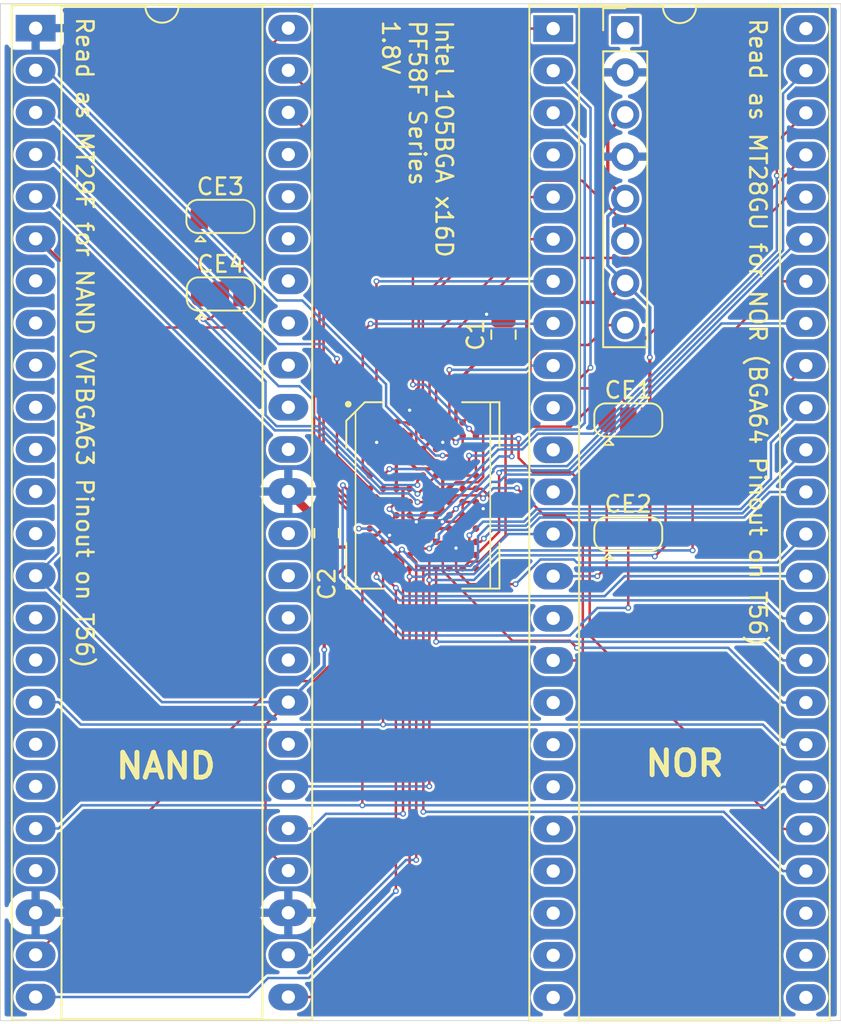
<source format=kicad_pcb>
(kicad_pcb (version 20240108) (generator "pcbnew") (generator_version "8.0")
  (layers (0 "F.Cu" signal) (31 "B.Cu" signal) (34 "B.Paste" user) (35 "F.Paste" user) (36 "B.SilkS" user "B.Silkscreen") (37 "F.SilkS" user "F.Silkscreen") (38 "B.Mask" user) (39 "F.Mask" user) (44 "Edge.Cuts" user))
  (net 0 "")
  (net 1 "/F-CE")
  (net 2 "VCC")
  (net 3 "/F1-CE")
  (net 4 "/F2-CE")
  (net 6 "/N-CE")
  (net 7 "/F3-CE")
  (net 8 "/F4-CE")
  (net 9 "/AD10")
  (net 10 "/AD7")
  (net 12 "/AD6")
  (net 17 "/A18")
  (net 19 "/AD2")
  (net 22 "/AD11")
  (net 24 "/A23")
  (net 26 "/AD8")
  (net 27 "/A20")
  (net 28 "VPP")
  (net 29 "/AD3")
  (net 30 "/A22")
  (net 31 "/AD9")
  (net 32 "/F-RST")
  (net 33 "/AD5")
  (net 34 "/F-WE")
  (net 35 "/A21")
  (net 36 "/F-OE")
  (net 37 "/A16")
  (net 40 "/AD15")
  (net 41 "/AD1")
  (net 42 "/AD4")
  (net 44 "/AD14")
  (net 45 "/AD13")
  (net 50 "/A17")
  (net 51 "/A24")
  (net 52 "/AD12")
  (net 62 "/AD0")
  (net 64 "/A19")
  (net 69 "/F-WP1")
  (net 72 "/A25")
  (net 73 "/ADV")
  (net 76 "GND")
  (net 84 "/ALE")
  (net 85 "/N-RE")
  (net 86 "/N-RY{slash}BY")
  (net 87 "/CLE")
  (net 92 "/N-WE")
  (net 93 "/N-WP2")
  (footprint "Capacitor_SMD:C_0805_2012Metric_Pad1.18x1.45mm_HandSolder" (layer "F.Cu") (at 157.68 93.85 90)
    (property "Reference" "C2")
    (property "Value" ".1" (hide yes))
  )
  (footprint "Jumper:SolderJumper-3_P1.3mm_Open_RoundedPad1.0x1.5mm" (layer "F.Cu") (at 151.3 79.425)
    (property "Reference" "CE4")
    (property "Value" "SolderJumper_2_Open" (hide yes))
  )
  (footprint "Package_DIP:DIP-48_W15.24mm_Socket_LongPads" (layer "F.Cu") (at 140.1318 63.3984)
    (property "Reference" "J3" (hide yes))
    (property "Value" "NAND" (hide yes))
  )
  (footprint "Package_DIP:DIP-48_W15.24mm_Socket_LongPads" (layer "F.Cu") (at 171.3484 63.4238)
    (property "Reference" "J1" (hide yes))
    (property "Value" "NOR" (hide yes))
  )
  (footprint "Jumper:SolderJumper-3_P1.3mm_Open_RoundedPad1.0x1.5mm" (layer "F.Cu") (at 175.875 93.9)
    (property "Reference" "CE2")
    (property "Value" "SolderJumper_2_Open" (hide yes))
  )
  (footprint "Connector_PinHeader_2.54mm:PinHeader_1x08_P2.54mm_Vertical" (layer "F.Cu") (at 175.6918 63.5254)
    (property "Reference" "J2" (hide yes))
    (property "Value" "NOR" (hide yes))
  )
  (footprint "RMW_SMT:Intel BGA105 x16D 9x11" (layer "F.Cu") (at 163.487 91.5728)
    (property "Reference" "U1" (hide yes))
    (property "Value" "~")
  )
  (footprint "Capacitor_SMD:C_0805_2012Metric_Pad1.18x1.45mm_HandSolder" (layer "F.Cu") (at 168.35 81.88 90)
    (property "Reference" "C1")
    (property "Value" ".1" (hide yes))
  )
  (footprint "Jumper:SolderJumper-3_P1.3mm_Open_RoundedPad1.0x1.5mm" (layer "F.Cu") (at 151.275 74.75)
    (property "Reference" "CE3")
    (property "Value" "SolderJumper_2_Open" (hide yes))
  )
  (footprint "Jumper:SolderJumper-3_P1.3mm_Open_RoundedPad1.0x1.5mm" (layer "F.Cu") (at 175.875 87.025)
    (property "Reference" "CE1")
    (property "Value" "SolderJumper_2_Open" (hide yes))
  )
  (gr_line (start 159.43 97.19) (end 159.427 86.5128) (stroke (width 0.1)) (layer "F.SilkS"))
  (gr_line (start 167.55 97.18) (end 167.55 85.96) (stroke (width 0.1)) (layer "F.SilkS"))
  (gr_rect (start 138.0078 61.9252) (end 188.7016 123.2408) (stroke (width 0.05)) (fill none) (layer "Edge.Cuts"))
  (gr_text "NAND" (at 144.8308 108.7628 0) (layer "F.SilkS") (effects (font (size 1.5 1.5) (thickness 0.3) (bold yes)) (justify left bottom)))
  (gr_text "Read as MT28GU for NOR (BGA64 Pinout on T56)" (at 183.1 62.725 270) (layer "F.SilkS") (effects (font (size 1 1)) (justify left bottom)))
  (gr_text "NOR" (at 176.7586 108.6104 0) (layer "F.SilkS") (effects (font (size 1.5 1.5) (thickness 0.3) (bold yes)) (justify left bottom)))
  (gr_text "Intel 105BGA x16D\nPF58F Series\n1.8V" (at 160.96 62.84 270) (layer "F.SilkS") (effects (font (size 1 1)) (justify left bottom)))
  (gr_text "Read as MT29F for NAND (VFBGA63 Pinout on T56)" (at 142.5 62.65 270) (layer "F.SilkS") (effects (font (size 1 1)) (justify left bottom)))
  (segment (start 174.575 87.025) (end 174.575 93.9) (width 0.15) (layer "F.Cu") (net 1))
  (segment (start 174.575 95.8788) (end 174.575 93.9) (width 0.15) (layer "F.Cu") (net 1))
  (segment (start 174.01 96.4438) (end 174.575 95.8788) (width 0.15) (layer "F.Cu") (net 1))
  (via (at 174.01 96.4438) (size 0.35) (drill 0.2) (layers "F.Cu" "B.Cu") (net 1))
  (segment (start 174.01 96.4438) (end 171.3484 96.4438) (width 0.15) (layer "B.Cu") (net 1))
  (segment (start 161.087 91.1728) (end 162.29 91.1728) (width 0.2) (layer "F.Cu") (net 2))
  (segment (start 161.887 89.5728) (end 161.087 89.5728) (width 0.2) (layer "F.Cu") (net 2))
  (segment (start 161.087 93.5728) (end 162.3 93.5728) (width 0.2) (layer "F.Cu") (net 2))
  (segment (start 165.481 86.8934) (end 165.481 84.794) (width 0.2) (layer "F.Cu") (net 2))
  (segment (start 162.687 89.5728) (end 161.887 89.5728) (width 0.2) (layer "F.Cu") (net 2))
  (segment (start 165.481 84.794) (end 167.3264 82.9486) (width 0.2) (layer "F.Cu") (net 2))
  (segment (start 165.487 86.8994) (end 165.487 87.338486) (width 0.2) (layer "F.Cu") (net 2))
  (segment (start 159.8272 93.9728) (end 159.1127 94.6873) (width 0.2) (layer "F.Cu") (net 2))
  (segment (start 175.6918 68.6054) (end 174.6418 69.6554) (width 0.2) (layer "F.Cu") (net 2))
  (segment (start 164.7 89.5728) (end 165.087 89.5728) (width 0.2) (layer "F.Cu") (net 2))
  (segment (start 164.287 93.5728) (end 165.087 93.5728) (width 0.2) (layer "F.Cu") (net 2))
  (segment (start 175.6918 78.7654) (end 174.5234 79.9338) (width 0.2) (layer "F.Cu") (net 2))
  (segment (start 164.687 87.5728) (end 164.287 87.9728) (width 0.2) (layer "F.Cu") (net 2))
  (segment (start 145.675 81.45) (end 140.3234 76.0984) (width 0.15) (layer "F.Cu") (net 2))
  (segment (start 169.7482 82.4992) (end 169.2988 82.9486) (width 0.2) (layer "F.Cu") (net 2))
  (segment (start 160.687 93.9728) (end 159.8272 93.9728) (width 0.2) (layer "F.Cu") (net 2))
  (segment (start 169.2988 82.9486) (end 168.3258 82.9486) (width 0.2) (layer "F.Cu") (net 2))
  (segment (start 167.3264 82.9486) (end 168.3258 82.9486) (width 0.2) (layer "F.Cu") (net 2))
  (segment (start 164.287 87.9728) (end 163.487 88.7728) (width 0.2) (layer "F.Cu") (net 2))
  (segment (start 174.6418 69.6554) (end 174.6418 72.6354) (width 0.2) (layer "F.Cu") (net 2))
  (segment (start 157.5393 94.6873) (end 157.5393 100.8772) (width 0.2) (layer "F.Cu") (net 2))
  (segment (start 164.287 92.7728) (end 164.287 93.5728) (width 0.2) (layer "F.Cu") (net 2))
  (segment (start 152.6 79.425) (end 152.5824 79.4426) (width 0.15) (layer "F.Cu") (net 2))
  (segment (start 177.175 87.025) (end 177.175 93.9) (width 0.2) (layer "F.Cu") (net 2))
  (segment (start 153.9968 112.8234) (end 155.3718 114.1984) (width 0.15) (layer "F.Cu") (net 2))
  (segment (start 162.287 91.1758) (end 162.29 91.1728) (width 0.2) (layer "F.Cu") (net 2))
  (segment (start 162.3 93.5728) (end 162.687 93.5728) (width 0.2) (layer "F.Cu") (net 2))
  (segment (start 164.287 92.7728) (end 164.687 92.3728) (width 0.2) (layer "F.Cu") (net 2))
  (segment (start 155.3718 104.0384) (end 153.9968 105.4134) (width 0.15) (layer "F.Cu") (net 2))
  (segment (start 162.287 93.5598) (end 162.287 91.1758) (width 0.2) (layer "F.Cu") (net 2))
  (segment (start 174.6418 72.6354) (end 175.6918 73.6854) (width 0.2) (layer "F.Cu") (net 2))
  (segment (start 163.087 89.9728) (end 162.687 89.5728) (width 0.2) (layer "F.Cu") (net 2))
  (segment (start 164.687 92.3728) (end 164.687 89.5858) (width 0.2) (layer "F.Cu") (net 2))
  (segment (start 163.887 89.9728) (end 163.087 89.9728) (width 0.2) (layer "F.Cu") (net 2))
  (segment (start 151.6 81.45) (end 145.675 81.45) (width 0.15) (layer "F.Cu") (net 2))
  (segment (start 162.29 91.1728) (end 162.687 91.1728) (width 0.2) (layer "F.Cu") (net 2))
  (segment (start 164.287 89.5728) (end 164.7 89.5728) (width 0.2) (layer "F.Cu") (net 2))
  (segment (start 152.5824 80.4676) (end 151.6 81.45) (width 0.15) (layer "F.Cu") (net 2))
  (segment (start 161.887 89.5728) (end 161.887 90.3728) (width 0.2) (layer "F.Cu") (net 2))
  (segment (start 169.7482 80.2386) (end 169.7482 82.4992) (width 0.2) (layer "F.Cu") (net 2))
  (segment (start 174.5234 79.9338) (end 170.053 79.9338) (width 0.2) (layer "F.Cu") (net 2))
  (segment (start 159.1127 94.6873) (end 157.5393 94.6873) (width 0.2) (layer "F.Cu") (net 2))
  (segment (start 165.487 87.338486) (end 165.252686 87.5728) (width 0.2) (layer "F.Cu") (net 2))
  (segment (start 165.087 93.5728) (end 165.887 93.5728) (width 0.2) (layer "F.Cu") (net 2))
  (segment (start 165.252686 87.5728) (end 164.687 87.5728) (width 0.2) (layer "F.Cu") (net 2))
  (segment (start 165.481 86.8934) (end 165.487 86.8994) (width 0.2) (layer "F.Cu") (net 2))
  (segment (start 140.3234 76.0984) (end 140.1318 76.0984) (width 0.15) (layer "F.Cu") (net 2))
  (segment (start 152.6 74.775) (end 152.575 74.75) (width 0.15) (layer "F.Cu") (net 2))
  (segment (start 162.3 93.5728) (end 162.287 93.5598) (width 0.2) (layer "F.Cu") (net 2))
  (segment (start 161.087 93.5728) (end 160.687 93.9728) (width 0.2) (layer "F.Cu") (net 2))
  (segment (start 163.487 88.7728) (end 164.287 89.5728) (width 0.2) (layer "F.Cu") (net 2))
  (segment (start 162.687 93.5728) (end 163.487 94.3728) (width 0.2) (layer "F.Cu") (net 2))
  (segment (start 152.5824 79.4426) (end 152.5824 80.4676) (width 0.15) (layer "F.Cu") (net 2))
  (segment (start 165.887 93.5728) (end 166.687 92.7728) (width 0.2) (layer "F.Cu") (net 2))
  (segment (start 177.175 83.25) (end 177.175 87.025) (width 0.2) (layer "F.Cu") (net 2))
  (segment (start 161.887 90.3728) (end 161.887 91.1728) (width 0.2) (layer "F.Cu") (net 2))
  (segment (start 152.6 79.425) (end 152.6 74.775) (width 0.15) (layer "F.Cu") (net 2))
  (segment (start 153.9968 105.4134) (end 153.9968 112.8234) (width 0.15) (layer "F.Cu") (net 2))
  (segment (start 164.287 89.5728) (end 163.887 89.9728) (width 0.2) (layer "F.Cu") (net 2))
  (segment (start 170.053 79.9338) (end 169.7482 80.2386) (width 0.2) (layer "F.Cu") (net 2))
  (segment (start 164.687 89.5858) (end 164.7 89.5728) (width 0.2) (layer "F.Cu") (net 2))
  (via (at 157.5393 100.8772) (size 0.35) (drill 0.2) (layers "F.Cu" "B.Cu") (net 2))
  (via (at 177.175 83.25) (size 0.35) (drill 0.2) (layers "F.Cu" "B.Cu") (net 2))
  (segment (start 140.1318 76.0984) (end 141.5068 77.4734) (width 0.15) (layer "B.Cu") (net 2))
  (segment (start 177.175 80.2486) (end 177.175 83.25) (width 0.2) (layer "B.Cu") (net 2))
  (segment (start 141.5068 77.4734) (end 141.5068 95.0434) (width 0.15) (layer "B.Cu") (net 2))
  (segment (start 175.6918 73.6854) (end 174.6418 74.7354) (width 0.2) (layer "B.Cu") (net 2))
  (segment (start 175.6918 78.7654) (end 177.175 80.2486) (width 0.2) (layer "B.Cu") (net 2))
  (segment (start 157.5393 101.8709) (end 155.3718 104.0384) (width 0.2) (layer "B.Cu") (net 2))
  (segment (start 174.6418 77.7154) (end 175.6918 78.7654) (width 0.2) (layer "B.Cu") (net 2))
  (segment (start 141.5068 95.0434) (end 140.1318 96.4184) (width 0.15) (layer "B.Cu") (net 2))
  (segment (start 140.1318 96.4184) (end 147.7518 104.0384) (width 0.15) (layer "B.Cu") (net 2))
  (segment (start 147.7518 104.0384) (end 155.3718 104.0384) (width 0.15) (layer "B.Cu") (net 2))
  (segment (start 157.5393 100.8772) (end 157.5393 101.8709) (width 0.2) (layer "B.Cu") (net 2))
  (segment (start 174.6418 74.7354) (end 174.6418 77.7154) (width 0.2) (layer "B.Cu") (net 2))
  (segment (start 169.3 87.425) (end 172.4 87.425) (width 0.15) (layer "F.Cu") (net 3))
  (segment (start 161.475 92.3848) (end 161.887 91.9728) (width 0.15) (layer "F.Cu") (net 3))
  (segment (start 168.85 87.875) (end 169.3 87.425) (width 0.15) (layer "F.Cu") (net 3))
  (segment (start 168.85 89.225) (end 168.85 87.875) (width 0.15) (layer "F.Cu") (net 3))
  (segment (start 172.4 87.425) (end 174.175 85.65) (width 0.15) (layer "F.Cu") (net 3))
  (segment (start 175.4 85.65) (end 175.875 86.125) (width 0.15) (layer "F.Cu") (net 3))
  (segment (start 161.475 92.4) (end 161.475 92.3848) (width 0.15) (layer "F.Cu") (net 3))
  (segment (start 175.875 86.125) (end 175.875 87.025) (width 0.15) (layer "F.Cu") (net 3))
  (segment (start 174.175 85.65) (end 175.4 85.65) (width 0.15) (layer "F.Cu") (net 3))
  (via (at 168.85 89.225) (size 0.35) (drill 0.2) (layers "F.Cu" "B.Cu") (net 3))
  (via (at 161.475 92.4) (size 0.35) (drill 0.2) (layers "F.Cu" "B.Cu") (net 3))
  (segment (start 168.085 89.225) (end 168.85 89.225) (width 0.15) (layer "B.Cu") (net 3))
  (segment (start 164.535 92.775) (end 168.085 89.225) (width 0.15) (layer "B.Cu") (net 3))
  (segment (start 161.85 92.775) (end 164.535 92.775) (width 0.15) (layer "B.Cu") (net 3))
  (segment (start 161.475 92.4) (end 161.85 92.775) (width 0.15) (layer "B.Cu") (net 3))
  (segment (start 160.6842 91.57) (end 161.087 91.9728) (width 0.15) (layer "F.Cu") (net 4))
  (segment (start 159.272084 91.57) (end 160.6842 91.57) (width 0.15) (layer "F.Cu") (net 4))
  (segment (start 158.663542 90.961458) (end 159.272084 91.57) (width 0.15) (layer "F.Cu") (net 4))
  (segment (start 175.875 98.355) (end 175.875 93.9) (width 0.15) (layer "F.Cu") (net 4))
  (via (at 175.875 98.355) (size 0.35) (drill 0.2) (layers "F.Cu" "B.Cu") (net 4))
  (via (at 158.663542 90.961458) (size 0.35) (drill 0.2) (layers "F.Cu" "B.Cu") (net 4))
  (segment (start 172.355 100.02) (end 162.209125 100.02) (width 0.15) (layer "B.Cu") (net 4))
  (segment (start 174.02 98.355) (end 172.355 100.02) (width 0.15) (layer "B.Cu") (net 4))
  (segment (start 158.65 90.975) (end 158.663542 90.961458) (width 0.15) (layer "B.Cu") (net 4))
  (segment (start 158.65 96.460875) (end 158.65 90.975) (width 0.15) (layer "B.Cu") (net 4))
  (segment (start 162.209125 100.02) (end 158.65 96.460875) (width 0.15) (layer "B.Cu") (net 4))
  (segment (start 175.875 98.355) (end 174.02 98.355) (width 0.15) (layer "B.Cu") (net 4))
  (segment (start 155.3718 63.3984) (end 149.975 68.7952) (width 0.15) (layer "F.Cu") (net 6))
  (segment (start 149.975 68.7952) (end 149.975 74.75) (width 0.15) (layer "F.Cu") (net 6))
  (segment (start 149.975 74.75) (end 150.025 74.8) (width 0.15) (layer "F.Cu") (net 6))
  (segment (start 150.025 79.4) (end 150 79.425) (width 0.15) (layer "F.Cu") (net 6))
  (segment (start 150.025 74.8) (end 150.025 79.4) (width 0.15) (layer "F.Cu") (net 6))
  (segment (start 152.75 72.375) (end 156.15 72.375) (width 0.15) (layer "F.Cu") (net 7))
  (segment (start 161.4812 93.1786) (end 161.887 92.7728) (width 0.15) (layer "F.Cu") (net 7))
  (segment (start 159.6786 93.1786) (end 161.4812 93.1786) (width 0.15) (layer "F.Cu") (net 7))
  (segment (start 156.925 90.425) (end 159.6786 93.1786) (width 0.15) (layer "F.Cu") (net 7))
  (segment (start 151.275 73.85) (end 152.75 72.375) (width 0.15) (layer "F.Cu") (net 7))
  (segment (start 156.15 72.375) (end 156.925 73.15) (width 0.15) (layer "F.Cu") (net 7))
  (segment (start 151.275 74.75) (end 151.275 73.85) (width 0.15) (layer "F.Cu") (net 7))
  (segment (start 156.925 73.15) (end 156.925 90.425) (width 0.15) (layer "F.Cu") (net 7))
  (segment (start 151.3 80.3) (end 151.3 79.425) (width 0.15) (layer "F.Cu") (net 8))
  (segment (start 163.179446 91.480354) (end 164.287 90.3728) (width 0.15) (layer "F.Cu") (net 8))
  (segment (start 150.240862 80.934138) (end 150.665862 80.934138) (width 0.15) (layer "F.Cu") (net 8))
  (segment (start 150.665862 80.934138) (end 151.3 80.3) (width 0.15) (layer "F.Cu") (net 8))
  (segment (start 163.161996 91.480354) (end 163.179446 91.480354) (width 0.15) (layer "F.Cu") (net 8))
  (via (at 163.161996 91.480354) (size 0.35) (drill 0.2) (layers "F.Cu" "B.Cu") (net 8))
  (via (at 150.240862 80.934138) (size 0.35) (drill 0.2) (layers "F.Cu" "B.Cu") (net 8))
  (segment (start 157.191054 87.4) (end 154.6617 87.4) (width 0.15) (layer "B.Cu") (net 8))
  (segment (start 153.9968 84.690076) (end 150.240862 80.934138) (width 0.15) (layer "B.Cu") (net 8))
  (segment (start 154.6617 87.4) (end 153.9968 86.7351) (width 0.15) (layer "B.Cu") (net 8))
  (segment (start 162.881642 91.2) (end 160.991054 91.2) (width 0.15) (layer "B.Cu") (net 8))
  (segment (start 163.161996 91.480354) (end 162.881642 91.2) (width 0.15) (layer "B.Cu") (net 8))
  (segment (start 153.9968 86.7351) (end 153.9968 84.690076) (width 0.15) (layer "B.Cu") (net 8))
  (segment (start 160.991054 91.2) (end 157.191054 87.4) (width 0.15) (layer "B.Cu") (net 8))
  (segment (start 164.287 95.9728) (end 164.287 100.397) (width 0.15) (layer "F.Cu") (net 9))
  (via (at 164.287 100.397) (size 0.35) (drill 0.2) (layers "F.Cu" "B.Cu") (net 9))
  (segment (start 186.5884 101.5238) (end 185.2117 101.5238) (width 0.15) (layer "B.Cu") (net 9))
  (segment (start 184.0849 100.397) (end 164.287 100.397) (width 0.15) (layer "B.Cu") (net 9))
  (segment (start 185.2117 101.5238) (end 184.0849 100.397) (width 0.15) (layer "B.Cu") (net 9))
  (segment (start 178.125 94.6026) (end 177.4751 95.2525) (width 0.15) (layer "F.Cu") (net 10))
  (segment (start 178.125 85.7505) (end 178.125 94.6026) (width 0.15) (layer "F.Cu") (net 10))
  (segment (start 185.2117 78.6638) (end 178.125 85.7505) (width 0.15) (layer "F.Cu") (net 10))
  (segment (start 163.8773 96.675) (end 163.8773 95.5631) (width 0.15) (layer "F.Cu") (net 10))
  (segment (start 163.8773 95.5631) (end 163.487 95.1728) (width 0.15) (layer "F.Cu") (net 10))
  (segment (start 163.8773 109.1184) (end 163.8773 96.675) (width 0.15) (layer "F.Cu") (net 10))
  (segment (start 186.5884 78.6638) (end 185.2117 78.6638) (width 0.15) (layer "F.Cu") (net 10))
  (via (at 163.8773 109.1184) (size 0.35) (drill 0.2) (layers "F.Cu" "B.Cu") (net 10))
  (via (at 163.8773 96.675) (size 0.35) (drill 0.2) (layers "F.Cu" "B.Cu") (net 10))
  (via (at 177.4751 95.2525) (size 0.35) (drill 0.2) (layers "F.Cu" "B.Cu") (net 10))
  (segment (start 177.408 95.1854) (end 177.4751 95.2525) (width 0.15) (layer "B.Cu") (net 10))
  (segment (start 155.3718 109.1184) (end 163.8773 109.1184) (width 0.15) (layer "B.Cu") (net 10))
  (segment (start 168.056108 95.1854) (end 177.408 95.1854) (width 0.15) (layer "B.Cu") (net 10))
  (segment (start 166.566508 96.675) (end 168.056108 95.1854) (width 0.15) (layer "B.Cu") (net 10))
  (segment (start 163.8773 96.675) (end 166.566508 96.675) (width 0.15) (layer "B.Cu") (net 10))
  (segment (start 163.087 95.5728) (end 162.687 95.1728) (width 0.15) (layer "F.Cu") (net 12))
  (segment (start 163.0848 94.775) (end 162.687 95.1728) (width 0.15) (layer "F.Cu") (net 12))
  (segment (start 163.087 113.5524) (end 163.087 95.5728) (width 0.15) (layer "F.Cu") (net 12))
  (segment (start 163.875 94.775) (end 163.0848 94.775) (width 0.15) (layer "F.Cu") (net 12))
  (via (at 163.875 94.775) (size 0.35) (drill 0.2) (layers "F.Cu" "B.Cu") (net 12))
  (via (at 163.087 113.5524) (size 0.35) (drill 0.2) (layers "F.Cu" "B.Cu") (net 12))
  (segment (start 168.5323 90.3177) (end 172.389554 90.3177) (width 0.15) (layer "B.Cu") (net 12))
  (segment (start 156.7485 119.2784) (end 162.4745 113.5524) (width 0.15) (layer "B.Cu") (net 12))
  (segment (start 164.45 94.2) (end 164.45 93.931175) (width 0.15) (layer "B.Cu") (net 12))
  (segment (start 181.503454 81.2038) (end 186.5884 81.2038) (width 0.15) (layer "B.Cu") (net 12))
  (segment (start 172.389554 90.3177) (end 181.503454 81.2038) (width 0.15) (layer "B.Cu") (net 12))
  (segment (start 168.0899 90.7601) (end 168.5323 90.3177) (width 0.15) (layer "B.Cu") (net 12))
  (segment (start 164.45 93.931175) (end 165.069 93.312175) (width 0.15) (layer "B.Cu") (net 12))
  (segment (start 167.6149 90.7601) (end 168.0899 90.7601) (width 0.15) (layer "B.Cu") (net 12))
  (segment (start 162.4745 113.5524) (end 163.087 113.5524) (width 0.15) (layer "B.Cu") (net 12))
  (segment (start 155.3718 119.2784) (end 156.7485 119.2784) (width 0.15) (layer "B.Cu") (net 12))
  (segment (start 165.069 93.306) (end 167.6149 90.7601) (width 0.15) (layer "B.Cu") (net 12))
  (segment (start 163.875 94.775) (end 164.45 94.2) (width 0.15) (layer "B.Cu") (net 12))
  (segment (start 165.069 93.312175) (end 165.069 93.306) (width 0.15) (layer "B.Cu") (net 12))
  (segment (start 163.487 87.9728) (end 163.8928 87.567) (width 0.15) (layer "F.Cu") (net 17))
  (segment (start 171.3484 76.1238) (end 169.9717 76.1238) (width 0.15) (layer "F.Cu") (net 17))
  (segment (start 163.8928 87.567) (end 163.8928 82.2027) (width 0.15) (layer "F.Cu") (net 17))
  (segment (start 163.8928 82.2027) (end 169.9717 76.1238) (width 0.15) (layer "F.Cu") (net 17))
  (segment (start 158.1299 96.5299) (end 158.1299 101.5601) (width 0.15) (layer "F.Cu") (net 19))
  (segment (start 144.272 115.1382) (end 140.1318 119.2784) (width 0.15) (layer "F.Cu") (net 19))
  (segment (start 160.6912 96.4946) (end 160.6912 94.777) (width 0.15) (layer "F.Cu") (net 19))
  (segment (start 144.272 113.3093) (end 144.272 115.1382) (width 0.15) (layer "F.Cu") (net 19))
  (segment (start 160.6912 94.777) (end 160.287 94.3728) (width 0.15) (layer "F.Cu") (net 19))
  (segment (start 156.9216 102.7684) (end 154.8129 102.7684) (width 0.15) (layer "F.Cu") (net 19))
  (segment (start 154.8129 102.7684) (end 144.272 113.3093) (width 0.15) (layer "F.Cu") (net 19))
  (segment (start 160.287 94.3728) (end 158.1299 96.5299) (width 0.15) (layer "F.Cu") (net 19))
  (segment (start 158.1299 101.5601) (end 156.9216 102.7684) (width 0.15) (layer "F.Cu") (net 19))
  (via (at 160.6912 96.4946) (size 0.35) (drill 0.2) (layers "F.Cu" "B.Cu") (net 19))
  (segment (start 185.2117 98.9838) (end 186.5884 98.9838) (width 0.15) (layer "B.Cu") (net 19))
  (segment (start 162.0966 97.9) (end 184.1279 97.9) (width 0.15) (layer "B.Cu") (net 19))
  (segment (start 160.6912 96.4946) (end 162.0966 97.9) (width 0.15) (layer "B.Cu") (net 19))
  (segment (start 184.1279 97.9) (end 185.2117 98.9838) (width 0.15) (layer "B.Cu") (net 19))
  (segment (start 169.075 96.925) (end 166.297 96.925) (width 0.15) (layer "F.Cu") (net 22))
  (segment (start 165.4928 96.1208) (end 165.4928 95.5786) (width 0.15) (layer "F.Cu") (net 22))
  (segment (start 165.4928 95.5786) (end 165.087 95.1728) (width 0.15) (layer "F.Cu") (net 22))
  (segment (start 166.297 96.925) (end 165.4928 96.1208) (width 0.15) (layer "F.Cu") (net 22))
  (via (at 169.075 96.925) (size 0.35) (drill 0.2) (layers "F.Cu" "B.Cu") (net 22))
  (segment (start 169.088342 96.925) (end 170.576242 95.4371) (width 0.15) (layer "B.Cu") (net 22))
  (segment (start 172.7819 95.6219) (end 184.8703 95.6219) (width 0.15) (layer "B.Cu") (net 22))
  (segment (start 184.8703 95.6219) (end 186.5884 93.9038) (width 0.15) (layer "B.Cu") (net 22))
  (segment (start 170.576242 95.4371) (end 172.5971 95.4371) (width 0.15) (layer "B.Cu") (net 22))
  (segment (start 172.5971 95.4371) (end 172.7819 95.6219) (width 0.15) (layer "B.Cu") (net 22))
  (segment (start 169.075 96.925) (end 169.088342 96.925) (width 0.15) (layer "B.Cu") (net 22))
  (segment (start 169.8645 77.2521) (end 164.287 82.8296) (width 0.15) (layer "F.Cu") (net 24))
  (segment (start 180.3801 77.2521) (end 169.8645 77.2521) (width 0.15) (layer "F.Cu") (net 24))
  (segment (start 164.287 82.8296) (end 164.287 87.1728) (width 0.15) (layer "F.Cu") (net 24))
  (segment (start 186.5884 71.0438) (end 180.3801 77.2521) (width 0.15) (layer "F.Cu") (net 24))
  (segment (start 163.487 95.9728) (end 163.5144 96.0002) (width 0.15) (layer "F.Cu") (net 26))
  (segment (start 163.5144 96.0002) (end 163.5144 110.6498) (width 0.15) (layer "F.Cu") (net 26))
  (via (at 163.5144 110.6498) (size 0.35) (drill 0.2) (layers "F.Cu" "B.Cu") (net 26))
  (segment (start 181.6377 110.6498) (end 163.5144 110.6498) (width 0.15) (layer "B.Cu") (net 26))
  (segment (start 186.5884 114.2238) (end 185.2117 114.2238) (width 0.15) (layer "B.Cu") (net 26))
  (segment (start 185.2117 114.2238) (end 181.6377 110.6498) (width 0.15) (layer "B.Cu") (net 26))
  (segment (start 172.6898 84.7852) (end 170.0022 84.7852) (width 0.15) (layer "F.Cu") (net 27))
  (segment (start 167.125 87.6624) (end 167.125 90.465131) (width 0.15) (layer "F.Cu") (net 27))
  (segment (start 166.810131 90.78) (end 165.4798 90.78) (width 0.15) (layer "F.Cu") (net 27))
  (segment (start 165.4798 90.78) (end 165.087 91.1728) (width 0.15) (layer "F.Cu") (net 27))
  (segment (start 173.6 83.875) (end 172.6898 84.7852) (width 0.15) (layer "F.Cu") (net 27))
  (segment (start 167.125 90.465131) (end 166.810131 90.78) (width 0.15) (layer "F.Cu") (net 27))
  (segment (start 170.0022 84.7852) (end 167.125 87.6624) (width 0.15) (layer "F.Cu") (net 27))
  (via (at 173.6 83.875) (size 0.35) (drill 0.2) (layers "F.Cu" "B.Cu") (net 27))
  (segment (start 173.6 83.875) (end 173.6 68.2154) (width 0.15) (layer "B.Cu") (net 27))
  (segment (start 173.6 68.2154) (end 171.3484 65.9638) (width 0.15) (layer "B.Cu") (net 27))
  (segment (start 159.6272 93.5728) (end 160.287 93.5728) (width 0.15) (layer "F.Cu") (net 28))
  (via (at 159.625 93.575) (size 0.35) (drill 0.2) (layers "F.Cu" "B.Cu") (net 28))
  (segment (start 162.968325 96.075) (end 166.4594 96.075) (width 0.15) (layer "B.Cu") (net 28))
  (segment (start 160.468325 93.575) (end 162.968325 96.075) (width 0.15) (layer "B.Cu") (net 28))
  (segment (start 159.625 93.575) (end 160.468325 93.575) (width 0.15) (layer "B.Cu") (net 28))
  (segment (start 166.4594 96.075) (end 168.6306 93.9038) (width 0.15) (layer "B.Cu") (net 28))
  (segment (start 168.6306 93.9038) (end 171.3484 93.9038) (width 0.15) (layer "B.Cu") (net 28))
  (segment (start 161.8591 97.15) (end 161.49 96.7809) (width 0.15) (layer "F.Cu") (net 29))
  (segment (start 161.49 96.7809) (end 161.49 95.5758) (width 0.15) (layer "F.Cu") (net 29))
  (segment (start 161.8591 97.15) (end 161.8591 115.4271) (width 0.15) (layer "F.Cu") (net 29))
  (segment (start 161.49 95.5758) (end 161.087 95.1728) (width 0.15) (layer "F.Cu") (net 29))
  (via (at 161.8591 115.4271) (size 0.35) (drill 0.2) (layers "F.Cu" "B.Cu") (net 29))
  (via (at 161.8591 97.15) (size 0.35) (drill 0.2) (layers "F.Cu" "B.Cu") (net 29))
  (segment (start 174.4532 97.65) (end 175.6594 96.4438) (width 0.15) (layer "B.Cu") (net 29))
  (segment (start 162.3591 97.65) (end 174.4532 97.65) (width 0.15) (layer "B.Cu") (net 29))
  (segment (start 140.1318 121.8184) (end 153.0066 121.8184) (width 0.15) (layer "B.Cu") (net 29))
  (segment (start 153.0066 121.8184) (end 154.15 120.675) (width 0.15) (layer "B.Cu") (net 29))
  (segment (start 161.8591 97.15) (end 162.3591 97.65) (width 0.15) (layer "B.Cu") (net 29))
  (segment (start 154.15 120.675) (end 156.6112 120.675) (width 0.15) (layer "B.Cu") (net 29))
  (segment (start 156.6112 120.675) (end 161.8591 115.4271) (width 0.15) (layer "B.Cu") (net 29))
  (segment (start 175.6594 96.4438) (end 186.5884 96.4438) (width 0.15) (layer "B.Cu") (net 29))
  (segment (start 185.2117 111.6838) (end 186.5884 111.6838) (width 0.15) (layer "F.Cu") (net 30))
  (segment (start 173.55 100.0221) (end 185.2117 111.6838) (width 0.15) (layer "F.Cu") (net 30))
  (segment (start 165.47 88.3558) (end 165.47 88.38) (width 0.15) (layer "F.Cu") (net 30))
  (segment (start 170.125 90.175) (end 172.425 90.175) (width 0.15) (layer "F.Cu") (net 30))
  (segment (start 173.55 91.3) (end 173.55 100.0221) (width 0.15) (layer "F.Cu") (net 30))
  (segment (start 172.425 90.175) (end 173.55 91.3) (width 0.15) (layer "F.Cu") (net 30))
  (segment (start 169.26 89.31) (end 170.125 90.175) (width 0.15) (layer "F.Cu") (net 30))
  (segment (start 165.087 87.9728) (end 165.47 88.3558) (width 0.15) (layer "F.Cu") (net 30))
  (segment (start 169.26 88.15) (end 169.26 89.31) (width 0.15) (layer "F.Cu") (net 30))
  (via (at 169.26 88.15) (size 0.35) (drill 0.2) (layers "F.Cu" "B.Cu") (net 30))
  (via (at 165.47 88.38) (size 0.35) (drill 0.2) (layers "F.Cu" "B.Cu") (net 30))
  (segment (start 169.26 88.15) (end 165.7 88.15) (width 0.15) (layer "B.Cu") (net 30))
  (segment (start 165.7 88.15) (end 165.47 88.38) (width 0.15) (layer "B.Cu") (net 30))
  (segment (start 164.687 95.5728) (end 164.687 96.1387) (width 0.15) (layer "F.Cu") (net 31))
  (segment (start 172.3592 100.3423) (end 172.7775 100.7606) (width 0.15) (layer "F.Cu") (net 31))
  (segment (start 164.687 96.1387) (end 168.8906 100.3423) (width 0.15) (layer "F.Cu") (net 31))
  (segment (start 168.8906 100.3423) (end 172.3592 100.3423) (width 0.15) (layer "F.Cu") (net 31))
  (segment (start 164.287 95.1728) (end 164.687 95.5728) (width 0.15) (layer "F.Cu") (net 31))
  (via (at 172.7775 100.7606) (size 0.35) (drill 0.2) (layers "F.Cu" "B.Cu") (net 31))
  (segment (start 181.9085 100.7606) (end 172.7775 100.7606) (width 0.15) (layer "B.Cu") (net 31))
  (segment (start 186.5884 104.0638) (end 185.2117 104.0638) (width 0.15) (layer "B.Cu") (net 31))
  (segment (start 185.2117 104.0638) (end 181.9085 100.7606) (width 0.15) (layer "B.Cu") (net 31))
  (segment (start 167.120175 91.749801) (end 166.943174 91.5728) (width 0.15) (layer "F.Cu") (net 32))
  (segment (start 173.1332 101.1157) (end 172.7251 101.5238) (width 0.15) (layer "F.Cu") (net 32))
  (segment (start 166.943174 91.5728) (end 165.487 91.5728) (width 0.15) (layer "F.Cu") (net 32))
  (segment (start 170.784 92.7552) (end 171.9999 92.7552) (width 0.15) (layer "F.Cu") (net 32))
  (segment (start 172.7251 101.5238) (end 171.3484 101.5238) (width 0.15) (layer "F.Cu") (net 32))
  (segment (start 171.9999 92.7552) (end 173.1332 93.8885) (width 0.15) (layer "F.Cu") (net 32))
  (segment (start 169.1584 91.1296) (end 170.784 92.7552) (width 0.15) (layer "F.Cu") (net 32))
  (segment (start 165.487 91.5728) (end 165.087 91.9728) (width 0.15) (layer "F.Cu") (net 32))
  (segment (start 173.1332 93.8885) (end 173.1332 101.1157) (width 0.15) (layer "F.Cu") (net 32))
  (via (at 167.120175 91.749801) (size 0.35) (drill 0.2) (layers "F.Cu" "B.Cu") (net 32))
  (via (at 169.1584 91.1296) (size 0.35) (drill 0.2) (layers "F.Cu" "B.Cu") (net 32))
  (segment (start 169.1528 91.1352) (end 167.734776 91.1352) (width 0.15) (layer "B.Cu") (net 32))
  (segment (start 169.1584 91.1296) (end 169.1528 91.1352) (width 0.15) (layer "B.Cu") (net 32))
  (segment (start 167.734776 91.1352) (end 167.120175 91.749801) (width 0.15) (layer "B.Cu") (net 32))
  (segment (start 162.2928 95.5786) (end 161.887 95.1728) (width 0.15) (layer "F.Cu") (net 33))
  (segment (start 162.2928 110.7699) (end 162.2928 95.5786) (width 0.15) (layer "F.Cu") (net 33))
  (segment (start 162.22405 94.83575) (end 161.887 95.1728) (width 0.15) (layer "F.Cu") (net 33))
  (via (at 162.2928 110.7699) (size 0.35) (drill 0.2) (layers "F.Cu" "B.Cu") (net 33))
  (via (at 162.22405 94.83575) (size 0.35) (drill 0.2) (layers "F.Cu" "B.Cu") (net 33))
  (segment (start 162.22405 94.83575) (end 163.2133 95.825) (width 0.15) (layer "B.Cu") (net 33))
  (segment (start 163.2133 95.825) (end 166.35 95.825) (width 0.15) (layer "B.Cu") (net 33))
  (segment (start 155.3718 111.6584) (end 156.7485 111.6584) (width 0.15) (layer "B.Cu") (net 33))
  (segment (start 156.7485 111.6584) (end 157.637 110.7699) (width 0.15) (layer "B.Cu") (net 33))
  (segment (start 169.692646 93.4038) (end 170.442846 92.6536) (width 0.15) (layer "B.Cu") (net 33))
  (segment (start 170.442846 92.6536) (end 182.7586 92.6536) (width 0.15) (layer "B.Cu") (net 33))
  (segment (start 157.637 110.7699) (end 162.2928 110.7699) (width 0.15) (layer "B.Cu") (net 33))
  (segment (start 167.444225 93.4038) (end 169.692646 93.4038) (width 0.15) (layer "B.Cu") (net 33))
  (segment (start 166.8142 94.033825) (end 167.444225 93.4038) (width 0.15) (layer "B.Cu") (net 33))
  (segment (start 166.8142 95.3608) (end 166.8142 94.033825) (width 0.15) (layer "B.Cu") (net 33))
  (segment (start 166.35 95.825) (end 166.8142 95.3608) (width 0.15) (layer "B.Cu") (net 33))
  (segment (start 182.7586 92.6536) (end 186.5884 88.8238) (width 0.15) (layer "B.Cu") (net 33))
  (segment (start 184.837 72.2908) (end 184.837 70.2552) (width 0.15) (layer "F.Cu") (net 34))
  (segment (start 184.837 70.2552) (end 186.5884 68.5038) (width 0.15) (layer "F.Cu") (net 34))
  (segment (start 161.47 89.9898) (end 161.087 90.3728) (width 0.15) (layer "F.Cu") (net 34))
  (segment (start 161.47 89.98) (end 161.47 89.9898) (width 0.15) (layer "F.Cu") (net 34))
  (via (at 184.837 72.2908) (size 0.35) (drill 0.2) (layers "F.Cu" "B.Cu") (net 34))
  (via (at 161.47 89.98) (size 0.35) (drill 0.2) (layers "F.Cu" "B.Cu") (net 34))
  (segment (start 173.792746 87.8488) (end 174.277146 87.3644) (width 0.15) (layer "B.Cu") (net 34))
  (segment (start 161.47 89.98) (end 163.613675 89.98) (width 0.15) (layer "B.Cu") (net 34))
  (segment (start 163.613675 89.98) (end 164.533675 90.9) (width 0.15) (layer "B.Cu") (net 34))
  (segment (start 169.481825 88.7984) (end 170.431425 87.8488) (width 0.15) (layer "B.Cu") (net 34))
  (segment (start 170.431425 87.8488) (end 173.792746 87.8488) (width 0.15) (layer "B.Cu") (net 34))
  (segment (start 174.277146 87.3644) (end 174.282192 87.3644) (width 0.15) (layer "B.Cu") (net 34))
  (segment (start 165.946846 90.9) (end 168.048446 88.7984) (width 0.15) (layer "B.Cu") (net 34))
  (segment (start 174.282192 87.3644) (end 184.837 76.809592) (width 0.15) (layer "B.Cu") (net 34))
  (segment (start 164.533675 90.9) (end 165.946846 90.9) (width 0.15) (layer "B.Cu") (net 34))
  (segment (start 184.837 76.809592) (end 184.837 72.2908) (width 0.15) (layer "B.Cu") (net 34))
  (segment (start 168.048446 88.7984) (end 169.481825 88.7984) (width 0.15) (layer "B.Cu") (net 34))
  (segment (start 166.05 89.97) (end 165.4898 89.97) (width 0.15) (layer "F.Cu") (net 35))
  (segment (start 166.275 89.745) (end 166.05 89.97) (width 0.15) (layer "F.Cu") (net 35))
  (segment (start 165.4898 89.97) (end 165.087 90.3728) (width 0.15) (layer "F.Cu") (net 35))
  (segment (start 166.275 89.175) (end 166.275 89.745) (width 0.15) (layer "F.Cu") (net 35))
  (via (at 166.275 89.175) (size 0.35) (drill 0.2) (layers "F.Cu" "B.Cu") (net 35))
  (segment (start 166.275 89.175) (end 167.238 89.175) (width 0.15) (layer "B.Cu") (net 35))
  (segment (start 173.25 70.4054) (end 171.3484 68.5038) (width 0.15) (layer "B.Cu") (net 35))
  (segment (start 167.8646 88.5484) (end 169.378271 88.5484) (width 0.15) (layer "B.Cu") (net 35))
  (segment (start 173.25 87.2) (end 173.25 70.4054) (width 0.15) (layer "B.Cu") (net 35))
  (segment (start 169.378271 88.5484) (end 170.327871 87.5988) (width 0.15) (layer "B.Cu") (net 35))
  (segment (start 167.238 89.175) (end 167.8646 88.5484) (width 0.15) (layer "B.Cu") (net 35))
  (segment (start 170.327871 87.5988) (end 172.8512 87.5988) (width 0.15) (layer "B.Cu") (net 35))
  (segment (start 172.8512 87.5988) (end 173.25 87.2) (width 0.15) (layer "B.Cu") (net 35))
  (segment (start 165.4798 92.38) (end 165.087 92.7728) (width 0.15) (layer "F.Cu") (net 36))
  (via (at 165.4798 92.38) (size 0.35) (drill 0.2) (layers "F.Cu" "B.Cu") (net 36))
  (segment (start 185.2117 76.788446) (end 185.2117 67.3405) (width 0.15) (layer "B.Cu") (net 36))
  (segment (start 165.4798 92.38) (end 165.48 92.38) (width 0.15) (layer "B.Cu") (net 36))
  (segment (start 174.385746 87.6144) (end 185.2117 76.788446) (width 0.15) (layer "B.Cu") (net 36))
  (segment (start 174.3807 87.6144) (end 174.385746 87.6144) (width 0.15) (layer "B.Cu") (net 36))
  (segment (start 167.7375 90.1225) (end 167.7375 90.0025) (width 0.15) (layer "B.Cu") (net 36))
  (segment (start 185.2117 67.3405) (end 186.5884 65.9638) (width 0.15) (layer "B.Cu") (net 36))
  (segment (start 172.1885 89.8066) (end 174.3807 87.6144) (width 0.15) (layer "B.Cu") (net 36))
  (segment (start 167.7375 90.0025) (end 167.9334 89.8066) (width 0.15) (layer "B.Cu") (net 36))
  (segment (start 165.48 92.38) (end 167.7375 90.1225) (width 0.15) (layer "B.Cu") (net 36))
  (segment (start 167.9334 89.8066) (end 172.1885 89.8066) (width 0.15) (layer "B.Cu") (net 36))
  (segment (start 162.8869 84.893) (end 162.8869 70.5086) (width 0.15) (layer "F.Cu") (net 37))
  (segment (start 162.8869 70.5086) (end 169.9717 63.4238) (width 0.15) (layer "F.Cu") (net 37))
  (segment (start 166.687 87.962) (end 166.687 87.9728) (width 0.15) (layer "F.Cu") (net 37))
  (segment (start 166.275 87.55) (end 166.687 87.962) (width 0.15) (layer "F.Cu") (net 37))
  (segment (start 169.9717 63.4238) (end 171.3484 63.4238) (width 0.15) (layer "F.Cu") (net 37))
  (via (at 162.8869 84.893) (size 0.35) (drill 0.2) (layers "F.Cu" "B.Cu") (net 37))
  (via (at 166.275 87.55) (size 0.35) (drill 0.2) (layers "F.Cu" "B.Cu") (net 37))
  (segment (start 163.618 84.893) (end 162.8869 84.893) (width 0.15) (layer "B.Cu") (net 37))
  (segment (start 166.275 87.55) (end 163.618 84.893) (width 0.15) (layer "B.Cu") (net 37))
  (segment (start 185.4412 73.5838) (end 186.5884 73.5838) (width 0.15) (layer "F.Cu") (net 40))
  (segment (start 168.475 93.9798) (end 168.475 86.9728) (width 0.15) (layer "F.Cu") (net 40))
  (segment (start 165.887 95.9728) (end 166.2928 95.567) (width 0.15) (layer "F.Cu") (net 40))
  (segment (start 170.3324 85.1154) (end 173.9096 85.1154) (width 0.15) (layer "F.Cu") (net 40))
  (segment (start 173.9096 85.1154) (end 185.4412 73.5838) (width 0.15) (layer "F.Cu") (net 40))
  (segment (start 166.2928 95.567) (end 166.8878 95.567) (width 0.15) (layer "F.Cu") (net 40))
  (segment (start 168.475 86.9728) (end 170.3324 85.1154) (width 0.15) (layer "F.Cu") (net 40))
  (segment (start 166.8878 95.567) (end 168.475 93.9798) (width 0.15) (layer "F.Cu") (net 40))
  (segment (start 159.8376 110.2576) (end 159.8376 95.6222) (width 0.15) (layer "F.Cu") (net 41))
  (segment (start 159.84 110.26) (end 159.8376 110.2576) (width 0.15) (layer "F.Cu") (net 41))
  (segment (start 159.8376 95.6222) (end 160.287 95.1728) (width 0.15) (layer "F.Cu") (net 41))
  (via (at 159.84 110.26) (size 0.35) (drill 0.2) (layers "F.Cu" "B.Cu") (net 41))
  (segment (start 159.84 110.26) (end 159.8434 110.2566) (width 0.15) (layer "B.Cu") (net 41))
  (segment (start 159.8366 110.2566) (end 142.9103 110.2566) (width 0.15) (layer "B.Cu") (net 41))
  (segment (start 141.5085 111.6584) (end 140.1318 111.6584) (width 0.15) (layer "B.Cu") (net 41))
  (segment (start 159.84 110.26) (end 159.8366 110.2566) (width 0.15) (layer "B.Cu") (net 41))
  (segment (start 184.0989 110.2566) (end 185.2117 109.1438) (width 0.15) (layer "B.Cu") (net 41))
  (segment (start 159.8434 110.2566) (end 184.0989 110.2566) (width 0.15) (layer "B.Cu") (net 41))
  (segment (start 142.9103 110.2566) (end 141.5085 111.6584) (width 0.15) (layer "B.Cu") (net 41))
  (segment (start 185.2117 109.1438) (end 186.5884 109.1438) (width 0.15) (layer "B.Cu") (net 41))
  (segment (start 162.687 115.8799) (end 156.7485 121.8184) (width 0.15) (layer "F.Cu") (net 42))
  (segment (start 179.7558 90.5764) (end 186.5884 83.7438) (width 0.15) (layer "F.Cu") (net 42))
  (segment (start 162.687 96.475) (end 162.687 95.9728) (width 0.15) (layer "F.Cu") (net 42))
  (segment (start 162.687 96.475) (end 162.687 115.8799) (width 0.15) (layer "F.Cu") (net 42))
  (segment (start 179.7558 94.89) (end 179.7558 90.5764) (width 0.15) (layer "F.Cu") (net 42))
  (segment (start 156.7485 121.8184) (end 155.3718 121.8184) (width 0.15) (layer "F.Cu") (net 42))
  (via (at 162.687 96.475) (size 0.35) (drill 0.2) (layers "F.Cu" "B.Cu") (net 42))
  (via (at 179.7558 94.89) (size 0.35) (drill 0.2) (layers "F.Cu" "B.Cu") (net 42))
  (segment (start 166.562954 96.325) (end 167.997954 94.89) (width 0.15) (layer "B.Cu") (net 42))
  (segment (start 167.997954 94.89) (end 179.7558 94.89) (width 0.15) (layer "B.Cu") (net 42))
  (segment (start 163.555 96.475) (end 163.705 96.325) (width 0.15) (layer "B.Cu") (net 42))
  (segment (start 163.705 96.325) (end 166.562954 96.325) (width 0.15) (layer "B.Cu") (net 42))
  (segment (start 162.687 96.475) (end 163.555 96.475) (width 0.15) (layer "B.Cu") (net 42))
  (segment (start 168.0875 93.7723) (end 166.687 95.1728) (width 0.15) (layer "F.Cu") (net 44))
  (segment (start 168.0875 90.2125) (end 168.0875 93.7723) (width 0.15) (layer "F.Cu") (net 44))
  (via (at 168.0875 90.2125) (size 0.35) (drill 0.2) (layers "F.Cu" "B.Cu") (net 44))
  (segment (start 186.2299 76.1238) (end 186.5884 76.1238) (width 0.15) (layer "B.Cu") (net 44))
  (segment (start 168.2434 90.0566) (end 170.32 90.0566) (width 0.15) (layer "B.Cu") (net 44))
  (segment (start 170.32 90.0566) (end 170.3279 90.0645) (width 0.15) (layer "B.Cu") (net 44))
  (segment (start 168.0875 90.2125) (end 168.2434 90.0566) (width 0.15) (layer "B.Cu") (net 44))
  (segment (start 170.3279 90.0645) (end 172.2892 90.0645) (width 0.15) (layer "B.Cu") (net 44))
  (segment (start 172.2892 90.0645) (end 186.2299 76.1238) (width 0.15) (layer "B.Cu") (net 44))
  (segment (start 166.9702 94.3728) (end 166.687 94.3728) (width 0.15) (layer "F.Cu") (net 45))
  (segment (start 167.1642 94.1788) (end 166.9702 94.3728) (width 0.15) (layer "F.Cu") (net 45))
  (via (at 167.1642 94.1788) (size 0.35) (drill 0.2) (layers "F.Cu" "B.Cu") (net 45))
  (segment (start 167.1642 94.1788) (end 167.6892 93.6538) (width 0.15) (layer "B.Cu") (net 45))
  (segment (start 167.6892 93.6538) (end 169.7962 93.6538) (width 0.15) (layer "B.Cu") (net 45))
  (segment (start 184.401954 91.3638) (end 186.5884 91.3638) (width 0.15) (layer "B.Cu") (net 45))
  (segment (start 182.860454 92.9053) (end 184.401954 91.3638) (width 0.15) (layer "B.Cu") (net 45))
  (segment (start 169.7962 93.6538) (end 170.5447 92.9053) (width 0.15) (layer "B.Cu") (net 45))
  (segment (start 170.5447 92.9053) (end 182.860454 92.9053) (width 0.15) (layer "B.Cu") (net 45))
  (segment (start 162.287 87.5728) (end 160.9324 87.5728) (width 0.15) (layer "F.Cu") (net 50))
  (segment (start 162.687 87.9728) (end 162.287 87.5728) (width 0.15) (layer "F.Cu") (net 50))
  (segment (start 160.687 87.3274) (end 160.687 78.6638) (width 0.15) (layer "F.Cu") (net 50))
  (segment (start 160.9324 87.5728) (end 160.687 87.3274) (width 0.15) (layer "F.Cu") (net 50))
  (via (at 160.687 78.6638) (size 0.35) (drill 0.2) (layers "F.Cu" "B.Cu") (net 50))
  (segment (start 171.3484 78.6638) (end 160.687 78.6638) (width 0.15) (layer "B.Cu") (net 50))
  (segment (start 165.087 87.1728) (end 165.087 83.999) (width 0.15) (layer "F.Cu") (net 51))
  (via (at 165.087 83.999) (size 0.35) (drill 0.2) (layers "F.Cu" "B.Cu") (net 51))
  (segment (start 169.9717 83.7438) (end 169.7165 83.999) (width 0.15) (layer "B.Cu") (net 51))
  (segment (start 169.7165 83.999) (end 165.087 83.999) (width 0.15) (layer "B.Cu") (net 51))
  (segment (start 171.3484 83.7438) (end 169.9717 83.7438) (width 0.15) (layer "B.Cu") (net 51))
  (segment (start 166.2928 94.767) (end 165.887 95.1728) (width 0.15) (layer "F.Cu") (net 52))
  (segment (start 166.2928 93.9786) (end 166.2928 94.767) (width 0.15) (layer "F.Cu") (net 52))
  (via (at 166.2928 93.9786) (size 0.35) (drill 0.2) (layers "F.Cu" "B.Cu") (net 52))
  (segment (start 167.1176 93.1538) (end 169.589092 93.1538) (width 0.15) (layer "B.Cu") (net 52))
  (segment (start 169.589092 93.1538) (end 170.339292 92.4036) (width 0.15) (layer "B.Cu") (net 52))
  (segment (start 182.655046 92.4036) (end 184.48 90.578646) (width 0.15) (layer "B.Cu") (net 52))
  (segment (start 184.48 90.578646) (end 184.48 88.3922) (width 0.15) (layer "B.Cu") (net 52))
  (segment (start 184.48 88.3922) (end 186.5884 86.2838) (width 0.15) (layer "B.Cu") (net 52))
  (segment (start 170.339292 92.4036) (end 182.655046 92.4036) (width 0.15) (layer "B.Cu") (net 52))
  (segment (start 166.2928 93.9786) (end 167.1176 93.1538) (width 0.15) (layer "B.Cu") (net 52))
  (segment (start 161.087 105.3864) (end 161.087 95.9728) (width 0.15) (layer "F.Cu") (net 62))
  (segment (start 161.09 105.3894) (end 161.087 105.3864) (width 0.15) (layer "F.Cu") (net 62))
  (via (at 161.09 105.3894) (size 0.35) (drill 0.2) (layers "F.Cu" "B.Cu") (net 62))
  (segment (start 185.2117 106.6038) (end 186.5884 106.6038) (width 0.15) (layer "B.Cu") (net 62))
  (segment (start 161.09 105.3894) (end 142.8595 105.3894) (width 0.15) (layer "B.Cu") (net 62))
  (segment (start 183.9973 105.3894) (end 185.2117 106.6038) (width 0.15) (layer "B.Cu") (net 62))
  (segment (start 141.5085 104.0384) (end 140.1318 104.0384) (width 0.15) (layer "B.Cu") (net 62))
  (segment (start 161.09 105.3894) (end 183.9973 105.3894) (width 0.15) (layer "B.Cu") (net 62))
  (segment (start 142.8595 105.3894) (end 141.5085 104.0384) (width 0.15) (layer "B.Cu") (net 62))
  (segment (start 163.4903 80.0652) (end 169.9717 73.5838) (width 0.15) (layer "F.Cu") (net 64))
  (segment (start 171.3484 73.5838) (end 169.9717 73.5838) (width 0.15) (layer "F.Cu") (net 64))
  (segment (start 163.487 87.1728) (end 163.4903 87.1695) (width 0.15) (layer "F.Cu") (net 64))
  (segment (start 163.4903 87.1695) (end 163.4903 80.0652) (width 0.15) (layer "F.Cu") (net 64))
  (segment (start 159.8622 89.948) (end 160.287 90.3728) (width 0.15) (layer "F.Cu") (net 69))
  (segment (start 159.8622 81.6948) (end 159.8622 89.948) (width 0.15) (layer "F.Cu") (net 69))
  (segment (start 160.337 81.22) (end 159.8622 81.6948) (width 0.15) (layer "F.Cu") (net 69))
  (via (at 160.337 81.22) (size 0.35) (drill 0.2) (layers "F.Cu" "B.Cu") (net 69))
  (segment (start 171.3286 81.2236) (end 171.3484 81.2038) (width 0.15) (layer "B.Cu") (net 69))
  (segment (start 160.337 81.22) (end 160.3406 81.2236) (width 0.15) (layer "B.Cu") (net 69))
  (segment (start 160.3406 81.2236) (end 171.3286 81.2236) (width 0.15) (layer "B.Cu") (net 69))
  (segment (start 175.6918 81.3054) (end 174.6651 81.3054) (width 0.15) (layer "F.Cu") (net 72))
  (segment (start 169.9734 83.339942) (end 169.9734 84.1016) (width 0.15) (layer "F.Cu") (net 72))
  (segment (start 167.2772 86.7978) (end 166.262 86.7978) (width 0.15) (layer "F.Cu") (net 72))
  (segment (start 169.9734 84.1016) (end 167.2772 86.7978) (width 0.15) (layer "F.Cu") (net 72))
  (segment (start 173.4713 82.4992) (end 170.814142 82.4992) (width 0.15) (layer "F.Cu") (net 72))
  (segment (start 166.262 86.7978) (end 165.887 87.1728) (width 0.15) (layer "F.Cu") (net 72))
  (segment (start 174.6651 81.3054) (end 173.4713 82.4992) (width 0.15) (layer "F.Cu") (net 72))
  (segment (start 170.814142 82.4992) (end 169.9734 83.339942) (width 0.15) (layer "F.Cu") (net 72))
  (segment (start 163.0868 85.1905) (end 163.2386 85.0387) (width 0.15) (layer "F.Cu") (net 73))
  (segment (start 163.2386 85.0387) (end 163.2386 79.8545) (width 0.15) (layer "F.Cu") (net 73))
  (segment (start 163.2386 79.8545) (end 170.499 72.5941) (width 0.15) (layer "F.Cu") (net 73))
  (segment (start 170.499 72.5941) (end 173.0872 72.5941) (width 0.15) (layer "F.Cu") (net 73))
  (segment (start 163.487 89.5728) (end 163.0868 89.1726) (width 0.15) (layer "F.Cu") (net 73))
  (segment (start 173.0872 72.5941) (end 175.6918 75.1987) (width 0.15) (layer "F.Cu") (net 73))
  (segment (start 175.6918 76.2254) (end 175.6918 75.1987) (width 0.15) (layer "F.Cu") (net 73))
  (segment (start 163.0868 89.1726) (end 163.0868 85.1905) (width 0.15) (layer "F.Cu") (net 73))
  (segment (start 160.287 88.7728) (end 160.287 89.5728) (width 0.15) (layer "F.Cu") (net 76))
  (segment (start 163.487 92.7728) (end 164.287 91.9728) (width 0.15) (layer "F.Cu") (net 76))
  (segment (start 165.887 90.3728) (end 166.687 90.3728) (width 0.15) (layer "F.Cu") (net 76))
  (segment (start 168.3258 80.8736) (end 167.5536 80.8736) (width 0.2) (layer "F.Cu") (net 76))
  (segment (start 160.287 87.9728) (end 160.287 88.3728) (width 0.15) (layer "F.Cu") (net 76))
  (segment (start 166.687 88.7728) (end 166.687 89.5728) (width 0.15) (layer "F.Cu") (net 76))
  (segment (start 164.287 94.3728) (end 165.087 94.3728) (width 0.15) (layer "F.Cu") (net 76))
  (segment (start 165.887 88.7728) (end 166.687 88.7728) (width 0.15) (layer "F.Cu") (net 76))
  (segment (start 165.087 88.7728) (end 164.6871 88.7728) (width 0.15) (layer "F.Cu") (net 76))
  (segment (start 163.0926 93.1672) (end 163.0814 93.1672) (width 0.15) (layer "F.Cu") (net 76))
  (segment (start 162.687 91.9728) (end 162.687 92.7728) (width 0.15) (layer "F.Cu") (net 76))
  (segment (start 165.887 87.9728) (end 165.887 88.7728) (width 0.15) (layer "F.Cu") (net 76))
  (segment (start 167.5536 80.8736) (end 167.33 80.65) (width 0.2) (layer "F.Cu") (net 76))
  (segment (start 164.6871 88.7728) (end 164.6871 88.3728) (width 0.15) (layer "F.Cu") (net 76))
  (segment (start 164.662 93.16) (end 165.4998 93.16) (width 0.15) (layer "F.Cu") (net 76))
  (segment (start 165.4871 94.3728) (end 165.887 94.3728) (width 0.15) (layer "F.Cu") (net 76))
  (segment (start 163.0926 93.1672) (end 163.487 92.7728) (width 0.15) (layer "F.Cu") (net 76))
  (segment (start 161.1728 87.1728) (end 161.887 87.1728) (width 0.15) (layer "F.Cu") (net 76))
  (segment (start 165.887 91.9728) (end 165.887 92.7728) (width 0.15) (layer "F.Cu") (net 76))
  (segment (start 165.4998 93.16) (end 165.887 92.7728) (width 0.15) (layer "F.Cu") (net 76))
  (segment (start 163.0814 93.1672) (end 162.687 92.7728) (width 0.15) (layer "F.Cu") (net 76))
  (segment (start 165.887 91.1728) (end 166.687 91.1728) (width 0.15) (layer "F.Cu") (net 76))
  (segment (start 161.887 88.3728) (end 161.887 88.7728) (width 0.15) (layer "F.Cu") (net 76))
  (segment (start 166.687 91.1728) (end 167.038149 91.1728) (width 0.15) (layer "F.Cu") (net 76))
  (segment (start 165.4871 94.3728) (end 165.4871 94.75) (width 0.15) (layer "F.Cu") (net 76))
  (segment (start 161.475 94.3728) (end 161.475 93.975) (width 0.15) (layer "F.Cu") (net 76))
  (segment (start 163.487 93.5728) (end 164.287 94.3728) (width 0.15) (layer "F.Cu") (net 76))
  (segment (start 161.887 87.9728) (end 161.887 88.3728) (width 0.15) (layer "F.Cu") (net 76))
  (segment (start 165.887 88.7728) (end 165.087 88.7728) (width 0.15) (layer "F.Cu") (net 76))
  (segment (start 162.687 94.3728) (end 161.887 94.3728) (width 0.15) (layer "F.Cu") (net 76))
  (segment (start 161.887 87.1728) (end 162.687 87.1728) (width 0.15) (layer "F.Cu") (net 76))
  (segment (start 165.087 94.3728) (end 165.4871 94.3728) (width 0.15) (layer "F.Cu") (net 76))
  (segment (start 163.0926 93.1672) (end 163.0926 93.1784) (width 0.15) (layer "F.Cu") (net 76))
  (segment (start 161.087 88.3728) (end 161.087 88.7728) (width 0.15) (layer "F.Cu") (net 76))
  (segment (start 163.0926 93.1784) (end 163.487 93.5728) (width 0.15) (layer "F.Cu") (net 76))
  (segment (start 166.7228 91.9728) (end 167.125 92.375) (width 0.15) (layer "F.Cu") (net 76))
  (segment (start 164.6871 88.7728) (end 164.287 88.7728) (width 0.15) (layer "F.Cu") (net 76))
  (segment (start 166.687 89.5728) (end 166.687 90.3728) (width 0.15) (layer "F.Cu") (net 76))
  (segment (start 161.087 87.9728) (end 161.087 88.3728) (width 0.15) (layer "F.Cu") (net 76))
  (segment (start 161.4431 88.3728) (end 161.887 88.3728) (width 0.15) (layer "F.Cu") (net 76))
  (segment (start 156.6457 92.6123) (end 155.3718 91.3384) (width 0.5) (layer "F.Cu") (net 76))
  (segment (start 167.525 91.659651) (end 167.525 91.975) (width 0.15) (layer "F.Cu") (net 76))
  (segment (start 161.087 94.3728) (end 161.087 94.363) (width 0.15) (layer "F.Cu") (net 76))
  (segment (start 167.525 91.975) (end 167.125 92.375) (width 0.15) (layer "F.Cu") (net 76))
  (segment (start 160.287 88.3728) (end 161.087 88.3728) (width 0.15) (layer "F.Cu") (net 76))
  (segment (start 161.475 94.3728) (end 161.887 94.3728) (width 0.15) (layer "F.Cu") (net 76))
  (segment (start 165.887 91.9728) (end 166.687 91.9728) (width 0.15) (layer "F.Cu") (net 76))
  (segment (start 161.887 88.7728) (end 162.687 88.7728) (width 0.15) (layer "F.Cu") (net 76))
  (segment (start 162.687 87.1728) (end 162.687 86.4351) (width 0.15) (layer "F.Cu") (net 76))
  (segment (start 161.087 88.3728) (end 161.4431 88.3728) (width 0.15) (layer "F.Cu") (net 76))
  (segment (start 157.6324 92.6123) (end 156.6457 92.6123) (width 0.5) (layer "F.Cu") (net 76))
  (segment (start 161.087 94.3728) (end 161.475 94.3728) (width 0.15) (layer "F.Cu") (net 76))
  (segment (start 166.687 91.9728) (end 166.7228 91.9728) (width 0.15) (layer "F.Cu") (net 76))
  (segment (start 160.287 88.3728) (end 160.287 88.7728) (width 0.15) (layer "F.Cu") (net 76))
  (segment (start 167.038149 91.1728) (end 167.525 91.659651) (width 0.15) (layer "F.Cu") (net 76))
  (via (at 161.475 93.975) (size 0.35) (drill 0.2) (layers "F.Cu" "B.Cu") (net 76))
  (via (at 164.662 93.16) (size 0.35) (drill 0.2) (layers "F.Cu" "B.Cu") (net 76))
  (via (at 167.33 80.65) (size 0.35) (drill 0.2) (layers "F.Cu" "B.Cu") (net 76))
  (via (at 167.125 92.375) (size 0.35) (drill 0.2) (layers "F.Cu" "B.Cu") (net 76))
  (via (at 164.6871 88.3728) (size 0.35) (drill 0.2) (layers "F.Cu" "B.Cu") (net 76))
  (via (at 163.0926 93.1672) (size 0.35) (drill 0.2) (layers "F.Cu" "B.Cu") (net 76))
  (via (at 160.7 88.375) (size 0.35) (drill 0.2) (layers "F.Cu" "B.Cu") (net 76))
  (via (at 165.4871 94.75) (size 0.35) (drill 0.2) (layers "F.Cu" "B.Cu") (net 76))
  (via (at 162.687 86.4351) (size 0.35) (drill 0.2) (layers "F.Cu" "B.Cu") (net 76))
  (segment (start 164.6871 88.3728) (end 164.6247 88.3728) (width 0.15) (layer "B.Cu") (net 76))
  (segment (start 165.4842 89.17) (end 165.887 89.5728) (width 0.15) (layer "F.Cu") (net 84))
  (segment (start 164.68 89.17) (end 165.4842 89.17) (width 0.15) (layer "F.Cu") (net 84))
  (via (at 164.68 89.17) (size 0.35) (drill 0.2) (layers "F.Cu" "B.Cu") (net 84))
  (segment (start 161.27 86.1939) (end 161.27 84.87) (width 0.15) (layer "B.Cu") (net 84))
  (segment (start 164.68 89.17) (end 164.2461 89.17) (width 0.15) (layer "B.Cu") (net 84))
  (segment (start 164.2461 89.17) (end 161.27 86.1939) (width 0.15) (layer "B.Cu") (net 84))
  (segment (start 140.8201 65.9384) (end 140.1318 65.9384) (width 0.15) (layer "B.Cu") (net 84))
  (segment (start 156.2198 79.8198) (end 154.7015 79.8198) (width 0.15) (layer "B.Cu") (net 84))
  (segment (start 161.27 84.87) (end 156.2198 79.8198) (width 0.15) (layer "B.Cu") (net 84))
  (segment (start 154.7015 79.8198) (end 140.8201 65.9384) (width 0.15) (layer "B.Cu") (net 84))
  (segment (start 163.161996 91.97533) (end 163.48447 91.97533) (width 0.15) (layer "F.Cu") (net 85))
  (segment (start 163.48447 91.97533) (end 164.287 91.1728) (width 0.15) (layer "F.Cu") (net 85))
  (via (at 163.161996 91.97533) (size 0.35) (drill 0.2) (layers "F.Cu" "B.Cu") (net 85))
  (segment (start 140.4641 73.5584) (end 140.1318 73.5584) (width 0.15) (layer "B.Cu") (net 85))
  (segment (start 160.8875 91.45) (end 157.0875 87.65) (width 0.15) (layer "B.Cu") (net 85))
  (segment (start 154.5557 87.65) (end 140.4641 73.5584) (width 0.15) (layer "B.Cu") (net 85))
  (segment (start 162.636666 91.45) (end 160.8875 91.45) (width 0.15) (layer "B.Cu") (net 85))
  (segment (start 157.0875 87.65) (end 154.5557 87.65) (width 0.15) (layer "B.Cu") (net 85))
  (segment (start 163.161996 91.97533) (end 162.636666 91.45) (width 0.15) (layer "B.Cu") (net 85))
  (segment (start 157.25 90.396446) (end 159.626354 92.7728) (width 0.15) (layer "F.Cu") (net 86))
  (segment (start 159.626354 92.7728) (end 160.287 92.7728) (width 0.15) (layer "F.Cu") (net 86))
  (segment (start 155.3718 68.4784) (end 157.25 70.3566) (width 0.15) (layer "F.Cu") (net 86))
  (segment (start 157.25 70.3566) (end 157.25 90.396446) (width 0.15) (layer "F.Cu") (net 86))
  (segment (start 163.16 90.6998) (end 163.487 90.3728) (width 0.15) (layer "F.Cu") (net 87))
  (segment (start 163.16 90.95) (end 163.16 90.6998) (width 0.15) (layer "F.Cu") (net 87))
  (via (at 163.16 90.95) (size 0.35) (drill 0.2) (layers "F.Cu" "B.Cu") (net 87))
  (segment (start 161.1 90.95) (end 156.85 86.7) (width 0.15) (layer "B.Cu") (net 87))
  (segment (start 163.16 90.95) (end 161.1 90.95) (width 0.15) (layer "B.Cu") (net 87))
  (segment (start 156.85 85.8) (end 156.0384 84.9884) (width 0.15) (layer "B.Cu") (net 87))
  (segment (start 154.7901 84.9884) (end 140.8201 71.0184) (width 0.15) (layer "B.Cu") (net 87))
  (segment (start 156.85 86.7) (end 156.85 85.8) (width 0.15) (layer "B.Cu") (net 87))
  (segment (start 140.8201 71.0184) (end 140.1318 71.0184) (width 0.15) (layer "B.Cu") (net 87))
  (segment (start 156.0384 84.9884) (end 154.7901 84.9884) (width 0.15) (layer "B.Cu") (net 87))
  (segment (start 160.6812 92.367) (end 161.087 92.7728) (width 0.15) (layer "F.Cu") (net 92))
  (segment (start 157.5 90.292892) (end 159.574108 92.367) (width 0.15) (layer "F.Cu") (net 92))
  (segment (start 159.574108 92.367) (end 160.6812 92.367) (width 0.15) (layer "F.Cu") (net 92))
  (segment (start 155.3718 65.9384) (end 157.5 68.0666) (width 0.15) (layer "F.Cu") (net 92))
  (segment (start 157.5 68.0666) (end 157.5 90.292892) (width 0.15) (layer "F.Cu") (net 92))
  (segment (start 158.3055 89.1913) (end 160.287 91.1728) (width 0.15) (layer "F.Cu") (net 93))
  (segment (start 158.3055 83.33) (end 158.3055 89.1913) (width 0.15) (layer "F.Cu") (net 93))
  (via (at 158.3055 83.33) (size 0.35) (drill 0.2) (layers "F.Cu" "B.Cu") (net 93))
  (segment (start 140.8202 68.4784) (end 140.1318 68.4784) (width 0.15) (layer "B.Cu") (net 93))
  (segment (start 158.3055 83.33) (end 157.4239 82.4484) (width 0.15) (layer "B.Cu") (net 93))
  (segment (start 157.4239 82.4484) (end 154.7902 82.4484) (width 0.15) (layer "B.Cu") (net 93))
  (segment (start 154.7902 82.4484) (end 140.8202 68.4784) (width 0.15) (layer "B.Cu") (net 93))
  (zone (net 76) (net_name "GND") (layer "B.Cu") (connect_pads (clearance 0.15)) (min_thickness 0.25) (fill yes (thermal_gap 0.5) (thermal_bridge_width 0.5))
    (polygon (pts (xy 138.5824 61.8998) (xy 188.6754 61.9806) (xy 188.6754 123.22) (xy 137.9932 123.1792) (xy 138.044 61.9398) (xy 138.7348 61.8998)))
  )
)
</source>
